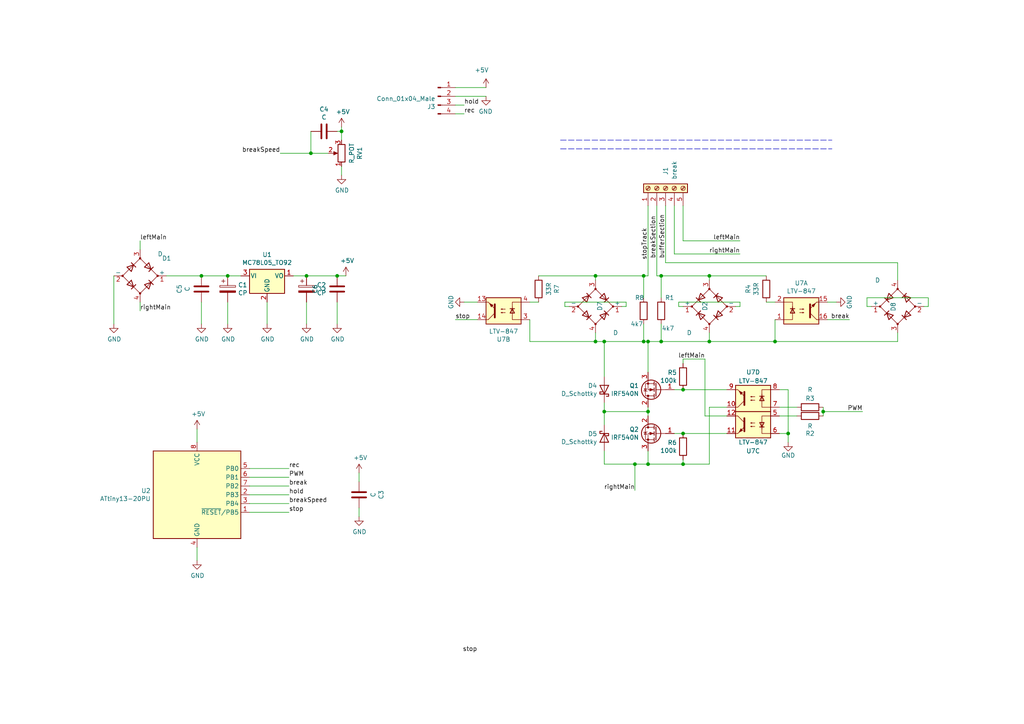
<source format=kicad_sch>
(kicad_sch (version 20211123) (generator eeschema)
  (paper "A4")
  (lib_symbols
    (symbol "Connector:Conn_01x04_Male" (pin_names (offset 1.016) hide)
      (property "Reference" "J" (at 0 5.08 0))
      (property "Value" "Conn_01x04_Male" (at 0 -7.62 0))
      (symbol "Conn_01x04_Male_1_1"
        (polyline (pts (xy 1.27 -5.08) (xy 0.8636 -5.08)) (stroke (width 0.1524)))
        (polyline (pts (xy 1.27 -2.54) (xy 0.8636 -2.54)) (stroke (width 0.1524)))
        (polyline (pts (xy 1.27 0) (xy 0.8636 0)) (stroke (width 0.1524)))
        (polyline (pts (xy 1.27 2.54) (xy 0.8636 2.54)) (stroke (width 0.1524)))
        (rectangle (start 0.8636 -4.953) (end 0 -5.207) (stroke (width 0.1524)) (fill (type outline)))
        (rectangle (start 0.8636 -2.413) (end 0 -2.667) (stroke (width 0.1524)) (fill (type outline)))
        (rectangle (start 0.8636 0.127) (end 0 -0.127) (stroke (width 0.1524)) (fill (type outline)))
        (rectangle (start 0.8636 2.667) (end 0 2.413) (stroke (width 0.1524)) (fill (type outline)))
        (pin passive line (at 5.08 2.54 180) (length 3.81) (name "Pin_1") (number "1"))
        (pin passive line (at 5.08 0 180) (length 3.81) (name "Pin_2") (number "2"))
        (pin passive line (at 5.08 -2.54 180) (length 3.81) (name "Pin_3") (number "3"))
        (pin passive line (at 5.08 -5.08 180) (length 3.81) (name "Pin_4") (number "4"))
      )
    )
    (symbol "Connector:Screw_Terminal_01x05" (pin_names (offset 1.016) hide)
      (property "Reference" "J" (at 0 7.62 0))
      (property "Value" "Screw_Terminal_01x05" (at 0 -7.62 0))
      (symbol "Screw_Terminal_01x05_1_1"
        (rectangle (start -1.27 6.35) (end 1.27 -6.35) (stroke (width 0.254)) (fill (type background)))
        (circle (center 0 -5.08) (radius 0.635) (stroke (width 0.1524)))
        (circle (center 0 -2.54) (radius 0.635) (stroke (width 0.1524)))
        (polyline (pts (xy -0.5334 -4.7498) (xy 0.3302 -5.588)) (stroke (width 0.1524)))
        (polyline (pts (xy -0.5334 -2.2098) (xy 0.3302 -3.048)) (stroke (width 0.1524)))
        (polyline (pts (xy -0.5334 0.3302) (xy 0.3302 -0.508)) (stroke (width 0.1524)))
        (polyline (pts (xy -0.5334 2.8702) (xy 0.3302 2.032)) (stroke (width 0.1524)))
        (polyline (pts (xy -0.5334 5.4102) (xy 0.3302 4.572)) (stroke (width 0.1524)))
        (polyline (pts (xy -0.3556 -4.572) (xy 0.508 -5.4102)) (stroke (width 0.1524)))
        (polyline (pts (xy -0.3556 -2.032) (xy 0.508 -2.8702)) (stroke (width 0.1524)))
        (polyline (pts (xy -0.3556 0.508) (xy 0.508 -0.3302)) (stroke (width 0.1524)))
        (polyline (pts (xy -0.3556 3.048) (xy 0.508 2.2098)) (stroke (width 0.1524)))
        (polyline (pts (xy -0.3556 5.588) (xy 0.508 4.7498)) (stroke (width 0.1524)))
        (circle (center 0 0) (radius 0.635) (stroke (width 0.1524)))
        (circle (center 0 2.54) (radius 0.635) (stroke (width 0.1524)))
        (circle (center 0 5.08) (radius 0.635) (stroke (width 0.1524)))
        (pin passive line (at -5.08 5.08 0) (length 3.81) (name "Pin_1") (number "1"))
        (pin passive line (at -5.08 2.54 0) (length 3.81) (name "Pin_2") (number "2"))
        (pin passive line (at -5.08 0 0) (length 3.81) (name "Pin_3") (number "3"))
        (pin passive line (at -5.08 -2.54 0) (length 3.81) (name "Pin_4") (number "4"))
        (pin passive line (at -5.08 -5.08 0) (length 3.81) (name "Pin_5") (number "5"))
      )
    )
    (symbol "Device:C" (pin_numbers hide) (pin_names (offset 0.254))
      (property "Reference" "C" (at 0.635 2.54 0))
      (property "Value" "C" (at 0.635 -2.54 0))
      (symbol "C_0_1"
        (polyline (pts (xy -2.032 -0.762) (xy 2.032 -0.762)) (stroke (width 0.508)))
        (polyline (pts (xy -2.032 0.762) (xy 2.032 0.762)) (stroke (width 0.508)))
      )
      (symbol "C_1_1"
        (pin passive line (at 0 3.81 270) (length 2.794) (name "~") (number "1"))
        (pin passive line (at 0 -3.81 90) (length 2.794) (name "~") (number "2"))
      )
    )
    (symbol "Device:CP" (pin_numbers hide) (pin_names (offset 0.254))
      (property "Reference" "C" (at 0.635 2.54 0))
      (property "Value" "Device_CP" (at 0.635 -2.54 0))
      (symbol "CP_0_1"
        (rectangle (start -2.286 0.508) (end 2.286 1.016))
        (polyline (pts (xy -1.778 2.286) (xy -0.762 2.286)))
        (polyline (pts (xy -1.27 2.794) (xy -1.27 1.778)))
        (rectangle (start 2.286 -0.508) (end -2.286 -1.016) (fill (type outline)))
      )
      (symbol "CP_1_1"
        (pin passive line (at 0 3.81 270) (length 2.794) (name "~") (number "1"))
        (pin passive line (at 0 -3.81 90) (length 2.794) (name "~") (number "2"))
      )
    )
    (symbol "Device:D_Bridge_+-AA" (pin_names (offset 0))
      (property "Reference" "D" (at 2.54 6.985 0))
      (property "Value" "D_Bridge_+-AA" (at 2.54 5.08 0))
      (symbol "D_Bridge_+-AA_0_1"
        (circle (center -5.08 0) (radius 0.254) (fill (type outline)))
        (circle (center 0 -5.08) (radius 0.254) (fill (type outline)))
        (polyline (pts (xy -2.54 3.81) (xy -1.27 2.54)) (stroke (width 0.254)))
        (polyline (pts (xy -1.27 -2.54) (xy -2.54 -3.81)) (stroke (width 0.254)))
        (polyline (pts (xy 2.54 -1.27) (xy 3.81 -2.54)) (stroke (width 0.254)))
        (polyline (pts (xy 2.54 1.27) (xy 3.81 2.54)) (stroke (width 0.254)))
        (polyline (pts (xy -3.81 2.54) (xy -2.54 1.27) (xy -1.905 3.175) (xy -3.81 2.54)) (stroke (width 0.254)))
        (polyline (pts (xy -2.54 -1.27) (xy -3.81 -2.54) (xy -1.905 -3.175) (xy -2.54 -1.27)) (stroke (width 0.254)))
        (polyline (pts (xy 1.27 2.54) (xy 2.54 3.81) (xy 3.175 1.905) (xy 1.27 2.54)) (stroke (width 0.254)))
        (polyline (pts (xy 3.175 -1.905) (xy 1.27 -2.54) (xy 2.54 -3.81) (xy 3.175 -1.905)) (stroke (width 0.254)))
        (polyline (pts (xy -5.08 0) (xy 0 -5.08) (xy 5.08 0) (xy 0 5.08) (xy -5.08 0)))
        (circle (center 0 5.08) (radius 0.254) (fill (type outline)))
        (circle (center 5.08 0) (radius 0.254) (fill (type outline)))
      )
      (symbol "D_Bridge_+-AA_1_1"
        (pin passive line (at 7.62 0 180) (length 2.54) (name "+") (number "1"))
        (pin passive line (at -7.62 0 0) (length 2.54) (name "-") (number "2"))
        (pin passive line (at 0 7.62 270) (length 2.54) (name "~") (number "3"))
        (pin passive line (at 0 -7.62 90) (length 2.54) (name "~") (number "4"))
      )
    )
    (symbol "Device:D_Schottky" (pin_numbers hide) (pin_names (offset 1.016) hide)
      (property "Reference" "D" (at 0 2.54 0))
      (property "Value" "D_Schottky" (at 0 -2.54 0))
      (symbol "D_Schottky_0_1"
        (polyline (pts (xy 1.27 0) (xy -1.27 0)))
        (polyline (pts (xy 1.27 1.27) (xy 1.27 -1.27) (xy -1.27 0) (xy 1.27 1.27)) (stroke (width 0.254)))
        (polyline (pts (xy -1.905 0.635) (xy -1.905 1.27) (xy -1.27 1.27) (xy -1.27 -1.27) (xy -0.635 -1.27) (xy -0.635 -0.635)) (stroke (width 0.254)))
      )
      (symbol "D_Schottky_1_1"
        (pin passive line (at -3.81 0 0) (length 2.54) (name "K") (number "1"))
        (pin passive line (at 3.81 0 180) (length 2.54) (name "A") (number "2"))
      )
    )
    (symbol "Device:R" (pin_numbers hide) (pin_names (offset 0))
      (property "Reference" "R" (at 2.032 0 90))
      (property "Value" "R" (at 0 0 90))
      (symbol "R_0_1"
        (rectangle (start -1.016 -2.54) (end 1.016 2.54) (stroke (width 0.254)))
      )
      (symbol "R_1_1"
        (pin passive line (at 0 3.81 270) (length 1.27) (name "~") (number "1"))
        (pin passive line (at 0 -3.81 90) (length 1.27) (name "~") (number "2"))
      )
    )
    (symbol "Device:R_POT" (pin_names (offset 1.016) hide)
      (property "Reference" "RV" (at -4.445 0 90))
      (property "Value" "Device_R_POT" (at -2.54 0 90))
      (symbol "R_POT_0_1"
        (polyline (pts (xy 2.54 0) (xy 1.524 0)))
        (polyline (pts (xy 1.143 0) (xy 2.286 0.508) (xy 2.286 -0.508) (xy 1.143 0)) (fill (type outline)))
        (rectangle (start 1.016 2.54) (end -1.016 -2.54) (stroke (width 0.254)))
      )
      (symbol "R_POT_1_1"
        (pin passive line (at 0 3.81 270) (length 1.27) (name "1") (number "1"))
        (pin passive line (at 3.81 0 180) (length 1.27) (name "2") (number "2"))
        (pin passive line (at 0 -3.81 90) (length 1.27) (name "3") (number "3"))
      )
    )
    (symbol "Isolator:LTV-847" (pin_names (offset 1.016))
      (property "Reference" "U" (at -5.08 5.08 0))
      (property "Value" "LTV-847" (at 0 5.08 0))
      (symbol "LTV-847_0_1"
        (rectangle (start -5.08 3.81) (end 5.08 -3.81) (stroke (width 0.254)) (fill (type background)))
        (polyline (pts (xy -3.175 -0.635) (xy -1.905 -0.635)) (stroke (width 0.254)))
        (polyline (pts (xy 2.54 0.635) (xy 4.445 2.54)))
        (polyline (pts (xy 4.445 -2.54) (xy 2.54 -0.635)) (fill (type outline)))
        (polyline (pts (xy 4.445 -2.54) (xy 5.08 -2.54)))
        (polyline (pts (xy 4.445 2.54) (xy 5.08 2.54)))
        (polyline (pts (xy -2.54 -0.635) (xy -2.54 -2.54) (xy -5.08 -2.54)))
        (polyline (pts (xy 2.54 1.905) (xy 2.54 -1.905) (xy 2.54 -1.905)) (stroke (width 0.508)))
        (polyline (pts (xy -5.08 2.54) (xy -2.54 2.54) (xy -2.54 -1.27) (xy -2.54 0.635)))
        (polyline (pts (xy -2.54 -0.635) (xy -3.175 0.635) (xy -1.905 0.635) (xy -2.54 -0.635)) (stroke (width 0.254)))
        (polyline (pts (xy -0.508 -0.508) (xy 0.762 -0.508) (xy 0.381 -0.635) (xy 0.381 -0.381) (xy 0.762 -0.508)))
        (polyline (pts (xy -0.508 0.508) (xy 0.762 0.508) (xy 0.381 0.381) (xy 0.381 0.635) (xy 0.762 0.508)))
        (polyline (pts (xy 3.048 -1.651) (xy 3.556 -1.143) (xy 4.064 -2.159) (xy 3.048 -1.651) (xy 3.048 -1.651)) (fill (type outline)))
      )
      (symbol "LTV-847_1_1"
        (pin passive line (at -7.62 2.54 0) (length 2.54) (name "~") (number "1"))
        (pin passive line (at 7.62 -2.54 180) (length 2.54) (name "~") (number "15"))
        (pin passive line (at 7.62 2.54 180) (length 2.54) (name "~") (number "16"))
        (pin passive line (at -7.62 -2.54 0) (length 2.54) (name "~") (number "2"))
      )
      (symbol "LTV-847_2_1"
        (pin passive line (at 7.62 -2.54 180) (length 2.54) (name "~") (number "13"))
        (pin passive line (at 7.62 2.54 180) (length 2.54) (name "~") (number "14"))
        (pin passive line (at -7.62 2.54 0) (length 2.54) (name "~") (number "3"))
        (pin passive line (at -7.62 -2.54 0) (length 2.54) (name "~") (number "4"))
      )
      (symbol "LTV-847_3_1"
        (pin passive line (at 7.62 -2.54 180) (length 2.54) (name "~") (number "11"))
        (pin passive line (at 7.62 2.54 180) (length 2.54) (name "~") (number "12"))
        (pin passive line (at -7.62 2.54 0) (length 2.54) (name "~") (number "5"))
        (pin passive line (at -7.62 -2.54 0) (length 2.54) (name "~") (number "6"))
      )
      (symbol "LTV-847_4_1"
        (pin passive line (at 7.62 2.54 180) (length 2.54) (name "~") (number "10"))
        (pin passive line (at -7.62 2.54 0) (length 2.54) (name "~") (number "7"))
        (pin passive line (at -7.62 -2.54 0) (length 2.54) (name "~") (number "8"))
        (pin passive line (at 7.62 -2.54 180) (length 2.54) (name "~") (number "9"))
      )
    )
    (symbol "MCU_Microchip_ATtiny:ATtiny13-20PU"
      (property "Reference" "U" (at -12.7 13.97 0))
      (property "Value" "MCU_Microchip_ATtiny_ATtiny13-20PU" (at 2.54 -13.97 0))
      (symbol "ATtiny13-20PU_0_1"
        (rectangle (start -12.7 -12.7) (end 12.7 12.7) (stroke (width 0.254)) (fill (type background)))
      )
      (symbol "ATtiny13-20PU_1_1"
        (pin bidirectional line (at 15.24 -5.08 180) (length 2.54) (name "~{RESET}/PB5") (number "1"))
        (pin bidirectional line (at 15.24 0 180) (length 2.54) (name "PB3") (number "2"))
        (pin bidirectional line (at 15.24 -2.54 180) (length 2.54) (name "PB4") (number "3"))
        (pin power_in line (at 0 -15.24 90) (length 2.54) (name "GND") (number "4"))
        (pin bidirectional line (at 15.24 7.62 180) (length 2.54) (name "PB0") (number "5"))
        (pin bidirectional line (at 15.24 5.08 180) (length 2.54) (name "PB1") (number "6"))
        (pin bidirectional line (at 15.24 2.54 180) (length 2.54) (name "PB2") (number "7"))
        (pin power_in line (at 0 15.24 270) (length 2.54) (name "VCC") (number "8"))
      )
    )
    (symbol "Regulator_Linear:MC78L05_TO92" (pin_names (offset 0.254))
      (property "Reference" "U" (at -3.81 3.175 0))
      (property "Value" "MC78L05_TO92" (at 0 3.175 0))
      (symbol "MC78L05_TO92_0_1"
        (rectangle (start -5.08 -5.08) (end 5.08 1.905) (stroke (width 0.254)) (fill (type background)))
      )
      (symbol "MC78L05_TO92_1_1"
        (pin power_out line (at 7.62 0 180) (length 2.54) (name "VO") (number "1"))
        (pin power_in line (at 0 -7.62 90) (length 2.54) (name "GND") (number "2"))
        (pin power_in line (at -7.62 0 0) (length 2.54) (name "VI") (number "3"))
      )
    )
    (symbol "Transistor_FET:IRF540N" (pin_names hide)
      (property "Reference" "Q" (at 6.35 1.905 0))
      (property "Value" "IRF540N" (at 6.35 0 0))
      (symbol "IRF540N_0_1"
        (polyline (pts (xy 0.254 0) (xy -2.54 0)))
        (polyline (pts (xy 0.254 1.905) (xy 0.254 -1.905)) (stroke (width 0.254)))
        (polyline (pts (xy 0.762 -1.27) (xy 0.762 -2.286)) (stroke (width 0.254)))
        (polyline (pts (xy 0.762 0.508) (xy 0.762 -0.508)) (stroke (width 0.254)))
        (polyline (pts (xy 0.762 2.286) (xy 0.762 1.27)) (stroke (width 0.254)))
        (polyline (pts (xy 2.54 2.54) (xy 2.54 1.778)))
        (polyline (pts (xy 2.54 -2.54) (xy 2.54 0) (xy 0.762 0)))
        (polyline (pts (xy 0.762 -1.778) (xy 3.302 -1.778) (xy 3.302 1.778) (xy 0.762 1.778)))
        (polyline (pts (xy 1.016 0) (xy 2.032 0.381) (xy 2.032 -0.381) (xy 1.016 0)) (fill (type outline)))
        (polyline (pts (xy 2.794 0.508) (xy 2.921 0.381) (xy 3.683 0.381) (xy 3.81 0.254)))
        (polyline (pts (xy 3.302 0.381) (xy 2.921 -0.254) (xy 3.683 -0.254) (xy 3.302 0.381)))
        (circle (center 1.651 0) (radius 2.794) (stroke (width 0.254)))
        (circle (center 2.54 -1.778) (radius 0.254) (fill (type outline)))
        (circle (center 2.54 1.778) (radius 0.254) (fill (type outline)))
      )
      (symbol "IRF540N_1_1"
        (pin input line (at -5.08 0 0) (length 2.54) (name "G") (number "1"))
        (pin passive line (at 2.54 5.08 270) (length 2.54) (name "D") (number "2"))
        (pin passive line (at 2.54 -5.08 90) (length 2.54) (name "S") (number "3"))
      )
    )
    (symbol "power:+5V" (power) (pin_names (offset 0))
      (property "Value" "+5V" (at 0 3.556 0))
      (symbol "+5V_0_1"
        (polyline (pts (xy -0.762 1.27) (xy 0 2.54)))
        (polyline (pts (xy 0 0) (xy 0 2.54)))
        (polyline (pts (xy 0 2.54) (xy 0.762 1.27)))
      )
      (symbol "+5V_1_1"
        (pin power_in line (at 0 0 90) (length 0) hide (name "+5V") (number "1"))
      )
    )
    (symbol "power:GND" (power) (pin_names (offset 0))
      (property "Value" "GND" (at 0 -3.81 0))
      (symbol "GND_0_1"
        (polyline (pts (xy 0 0) (xy 0 -1.27) (xy 1.27 -1.27) (xy 0 -2.54) (xy -1.27 -1.27) (xy 0 -1.27)))
      )
      (symbol "GND_1_1"
        (pin power_in line (at 0 0 270) (length 0) hide (name "GND") (number "1"))
      )
    )
  )
  (junction (at 205.74 80.01))
  (junction (at 175.26 119.38))
  (junction (at 228.6 125.73))
  (junction (at 205.74 99.06))
  (junction (at 191.77 99.06))
  (junction (at 88.9 80.01))
  (junction (at 187.96 99.06))
  (junction (at 191.77 80.01))
  (junction (at 172.72 80.01))
  (junction (at 186.69 80.01))
  (junction (at 198.12 113.03))
  (junction (at 66.04 80.01))
  (junction (at 58.42 80.01))
  (junction (at 175.26 99.06))
  (junction (at 224.79 99.06))
  (junction (at 186.69 99.06))
  (junction (at 184.15 134.62))
  (junction (at 198.12 125.73))
  (junction (at 198.12 134.62))
  (junction (at 187.96 119.38))
  (junction (at 97.79 80.01))
  (junction (at 99.06 38.1))
  (junction (at 238.76 119.38))
  (junction (at 172.72 99.06))
  (junction (at 90.17 44.45))
  (junction (at 187.96 134.62))
  (wire (pts (xy 99.06 38.1) (xy 99.06 36.83)))
  (wire (pts (xy 163.83 87.63) (xy 181.61 87.63)))
  (wire (pts (xy 175.26 99.06) (xy 175.26 109.22)))
  (wire (pts (xy 134.62 87.63) (xy 138.43 87.63)))
  (wire (pts (xy 175.26 130.81) (xy 175.26 134.62)))
  (wire (pts (xy 58.42 80.01) (xy 66.04 80.01)))
  (wire (pts (xy 132.08 25.4) (xy 140.97 25.4)))
  (wire (pts (xy 195.58 59.69) (xy 195.58 73.66)))
  (wire (pts (xy 72.39 140.97) (xy 83.82 140.97)))
  (wire (pts (xy 58.42 87.63) (xy 58.42 93.98)))
  (wire (pts (xy 228.6 113.03) (xy 228.6 125.73)))
  (wire (pts (xy 172.72 96.52) (xy 172.72 99.06)))
  (wire (pts (xy 72.39 143.51) (xy 83.82 143.51)))
  (wire (pts (xy 40.64 90.17) (xy 40.64 87.63)))
  (wire (pts (xy 181.61 87.63) (xy 181.61 88.9)))
  (wire (pts (xy 205.74 99.06) (xy 224.79 99.06)))
  (wire (pts (xy 165.1 88.9) (xy 163.83 88.9)))
  (wire (pts (xy 134.62 33.02) (xy 132.08 33.02)))
  (wire (pts (xy 48.26 80.01) (xy 58.42 80.01)))
  (wire (pts (xy 198.12 104.14) (xy 204.47 104.14)))
  (wire (pts (xy 210.82 125.73) (xy 198.12 125.73)))
  (wire (pts (xy 97.79 87.63) (xy 97.79 93.98)))
  (wire (pts (xy 260.35 99.06) (xy 224.79 99.06)))
  (wire (pts (xy 172.72 80.01) (xy 186.69 80.01)))
  (wire (pts (xy 196.85 88.9) (xy 198.12 88.9)))
  (wire (pts (xy 195.58 125.73) (xy 198.12 125.73)))
  (wire (pts (xy 172.72 80.01) (xy 172.72 81.28)))
  (wire (pts (xy 252.73 88.9) (xy 251.46 88.9)))
  (wire (pts (xy 175.26 99.06) (xy 172.72 99.06)))
  (wire (pts (xy 269.24 86.36) (xy 251.46 86.36)))
  (wire (pts (xy 198.12 69.85) (xy 214.63 69.85)))
  (wire (pts (xy 187.96 119.38) (xy 187.96 120.65)))
  (wire (pts (xy 238.76 119.38) (xy 238.76 120.65)))
  (wire (pts (xy 99.06 38.1) (xy 99.06 40.64)))
  (wire (pts (xy 190.5 80.01) (xy 191.77 80.01)))
  (wire (pts (xy 181.61 88.9) (xy 180.34 88.9)))
  (wire (pts (xy 222.25 87.63) (xy 224.79 87.63)))
  (wire (pts (xy 191.77 80.01) (xy 191.77 86.36)))
  (wire (pts (xy 33.02 80.01) (xy 33.02 93.98)))
  (wire (pts (xy 231.14 118.11) (xy 226.06 118.11)))
  (wire (pts (xy 260.35 81.28) (xy 260.35 76.2)))
  (wire (pts (xy 238.76 118.11) (xy 238.76 119.38)))
  (wire (pts (xy 88.9 87.63) (xy 88.9 93.98)))
  (wire (pts (xy 186.69 80.01) (xy 186.69 86.36)))
  (wire (pts (xy 240.03 92.71) (xy 246.38 92.71)))
  (wire (pts (xy 156.21 87.63) (xy 153.67 87.63)))
  (wire (pts (xy 66.04 80.01) (xy 69.85 80.01)))
  (wire (pts (xy 187.96 80.01) (xy 186.69 80.01)))
  (wire (pts (xy 205.74 80.01) (xy 205.74 81.28)))
  (wire (pts (xy 198.12 59.69) (xy 198.12 69.85)))
  (wire (pts (xy 196.85 87.63) (xy 196.85 88.9)))
  (wire (pts (xy 191.77 93.98) (xy 191.77 99.06)))
  (wire (pts (xy 224.79 92.71) (xy 224.79 99.06)))
  (wire (pts (xy 175.26 119.38) (xy 175.26 123.19)))
  (wire (pts (xy 214.63 87.63) (xy 196.85 87.63)))
  (wire (pts (xy 191.77 99.06) (xy 205.74 99.06)))
  (wire (pts (xy 226.06 125.73) (xy 228.6 125.73)))
  (polyline (pts (xy 162.56 43.18) (xy 241.3 43.18)))
  (wire (pts (xy 134.62 30.48) (xy 132.08 30.48)))
  (wire (pts (xy 172.72 80.01) (xy 156.21 80.01)))
  (wire (pts (xy 251.46 86.36) (xy 251.46 88.9)))
  (wire (pts (xy 40.64 72.39) (xy 40.64 69.85)))
  (wire (pts (xy 226.06 120.65) (xy 231.14 120.65)))
  (wire (pts (xy 250.19 119.38) (xy 238.76 119.38)))
  (wire (pts (xy 72.39 148.59) (xy 83.82 148.59)))
  (wire (pts (xy 187.96 118.11) (xy 187.96 119.38)))
  (wire (pts (xy 57.15 158.75) (xy 57.15 162.56)))
  (wire (pts (xy 187.96 80.01) (xy 187.96 59.69)))
  (wire (pts (xy 57.15 128.27) (xy 57.15 124.46)))
  (wire (pts (xy 90.17 44.45) (xy 90.17 38.1)))
  (wire (pts (xy 85.09 80.01) (xy 88.9 80.01)))
  (wire (pts (xy 77.47 93.98) (xy 77.47 87.63)))
  (wire (pts (xy 72.39 138.43) (xy 83.82 138.43)))
  (wire (pts (xy 175.26 116.84) (xy 175.26 119.38)))
  (wire (pts (xy 204.47 104.14) (xy 204.47 120.65)))
  (wire (pts (xy 187.96 134.62) (xy 184.15 134.62)))
  (wire (pts (xy 72.39 146.05) (xy 83.82 146.05)))
  (wire (pts (xy 198.12 134.62) (xy 205.74 134.62)))
  (wire (pts (xy 205.74 80.01) (xy 222.25 80.01)))
  (wire (pts (xy 205.74 96.52) (xy 205.74 99.06)))
  (wire (pts (xy 153.67 92.71) (xy 153.67 99.06)))
  (wire (pts (xy 228.6 128.27) (xy 228.6 125.73)))
  (wire (pts (xy 88.9 80.01) (xy 97.79 80.01)))
  (wire (pts (xy 195.58 73.66) (xy 214.63 73.66)))
  (wire (pts (xy 267.97 88.9) (xy 269.24 88.9)))
  (wire (pts (xy 186.69 99.06) (xy 175.26 99.06)))
  (wire (pts (xy 214.63 88.9) (xy 214.63 87.63)))
  (wire (pts (xy 187.96 130.81) (xy 187.96 134.62)))
  (wire (pts (xy 228.6 113.03) (xy 226.06 113.03)))
  (wire (pts (xy 186.69 93.98) (xy 186.69 99.06)))
  (wire (pts (xy 90.17 44.45) (xy 81.28 44.45)))
  (wire (pts (xy 213.36 88.9) (xy 214.63 88.9)))
  (wire (pts (xy 104.14 149.86) (xy 104.14 147.32)))
  (wire (pts (xy 260.35 76.2) (xy 193.04 76.2)))
  (wire (pts (xy 72.39 135.89) (xy 83.82 135.89)))
  (wire (pts (xy 187.96 99.06) (xy 187.96 107.95)))
  (wire (pts (xy 132.08 27.94) (xy 140.97 27.94)))
  (wire (pts (xy 184.15 134.62) (xy 175.26 134.62)))
  (wire (pts (xy 95.25 44.45) (xy 90.17 44.45)))
  (wire (pts (xy 184.15 142.24) (xy 184.15 134.62)))
  (wire (pts (xy 242.57 87.63) (xy 240.03 87.63)))
  (wire (pts (xy 205.74 118.11) (xy 205.74 134.62)))
  (wire (pts (xy 163.83 88.9) (xy 163.83 87.63)))
  (wire (pts (xy 187.96 134.62) (xy 198.12 134.62)))
  (wire (pts (xy 195.58 113.03) (xy 198.12 113.03)))
  (wire (pts (xy 205.74 80.01) (xy 191.77 80.01)))
  (wire (pts (xy 210.82 120.65) (xy 204.47 120.65)))
  (wire (pts (xy 100.33 80.01) (xy 97.79 80.01)))
  (wire (pts (xy 97.79 38.1) (xy 99.06 38.1)))
  (wire (pts (xy 210.82 118.11) (xy 205.74 118.11)))
  (wire (pts (xy 153.67 99.06) (xy 172.72 99.06)))
  (wire (pts (xy 187.96 119.38) (xy 175.26 119.38)))
  (wire (pts (xy 138.43 92.71) (xy 132.08 92.71)))
  (wire (pts (xy 193.04 76.2) (xy 193.04 59.69)))
  (wire (pts (xy 260.35 99.06) (xy 260.35 96.52)))
  (wire (pts (xy 187.96 99.06) (xy 186.69 99.06)))
  (wire (pts (xy 191.77 99.06) (xy 187.96 99.06)))
  (wire (pts (xy 198.12 133.35) (xy 198.12 134.62)))
  (wire (pts (xy 190.5 80.01) (xy 190.5 59.69)))
  (wire (pts (xy 99.06 48.26) (xy 99.06 50.8)))
  (wire (pts (xy 66.04 87.63) (xy 66.04 93.98)))
  (polyline (pts (xy 162.56 40.64) (xy 241.3 40.64)))
  (wire (pts (xy 269.24 88.9) (xy 269.24 86.36)))
  (wire (pts (xy 104.14 139.7) (xy 104.14 137.16)))
  (wire (pts (xy 210.82 113.03) (xy 198.12 113.03)))
  (wire (pts (xy 198.12 104.14) (xy 198.12 105.41)))
  (label "break" (at 246.38 92.71 180))
  (label "PWM" (at 250.19 119.38 180))
  (label "PWM" (at 83.82 138.43 0))
  (label "rightMain" (at 40.64 90.17 0))
  (label "leftMain" (at 204.47 104.14 180))
  (label "rightMain" (at 184.15 142.24 180))
  (label "leftMain" (at 40.64 69.85 0))
  (label "breakSpeed" (at 81.28 44.45 180))
  (label "leftMain" (at 214.63 69.85 180))
  (label "stop" (at 83.82 148.59 0))
  (label "breakSection" (at 190.5 74.93 90))
  (label "stopTrack" (at 187.96 66.04 270))
  (label "stop" (at 132.08 92.71 0))
  (label "rec" (at 134.62 33.02 0))
  (label "rightMain" (at 214.63 73.66 180))
  (label "hold" (at 83.82 143.51 0))
  (label "bufferSection" (at 193.04 74.93 90))
  (label "hold" (at 134.62 30.48 0))
  (label "rec" (at 83.82 135.89 0))
  (label "break" (at 83.82 140.97 0))
  (label "stop" (at 138.43 189.23 180))
  (label "breakSpeed" (at 83.82 146.05 0))
  (symbol (lib_id "Device:D_Bridge_+-AA") (at 40.64 80.01 0) (unit 1)
    (property "Reference" "D1" (at 46.99 74.93 0) (effects (justify left)))
    (property "Value" "D" (at 45.72 73.66 0) (effects (justify left)))
    (property "Footprint" "Diode_THT:Diode_Bridge_DIP-4_W7.62mm_P5.08mm" (effects hide))
  )
  (symbol (lib_id "Device:R") (at 234.95 120.65 90) (mirror x) (unit 1)
    (property "Reference" "R2" (at 234.95 125.73 90))
    (property "Value" "R" (at 234.95 123.5964 90))
    (property "Footprint" "Resistor_THT:R_Axial_DIN0207_L6.3mm_D2.5mm_P7.62mm_Horizontal" (effects hide))
  )
  (symbol (lib_id "Device:R") (at 234.95 118.11 270) (mirror x) (unit 1)
    (property "Reference" "R3" (at 234.95 115.57 90))
    (property "Value" "R" (at 234.95 113.03 90))
    (property "Footprint" "Resistor_THT:R_Axial_DIN0207_L6.3mm_D2.5mm_P7.62mm_Horizontal" (effects hide))
  )
  (symbol (lib_id "Device:D_Bridge_+-AA") (at 205.74 88.9 0) (mirror y) (unit 1)
    (property "Reference" "D2" (at 204.47 90.17 90) (effects (justify left)))
    (property "Value" "D" (at 200.66 96.52 0) (effects (justify left)))
    (property "Footprint" "Diode_THT:Diode_Bridge_DIP-4_W7.62mm_P5.08mm" (effects hide))
  )
  (symbol (lib_id "Device:R") (at 222.25 83.82 180) (unit 1)
    (property "Reference" "R4" (at 216.9922 83.82 90))
    (property "Value" "33R" (at 219.3036 83.82 90))
    (property "Footprint" "Resistor_THT:R_Axial_DIN0207_L6.3mm_D2.5mm_P7.62mm_Horizontal" (effects hide))
  )
  (symbol (lib_id "Device:R_POT") (at 99.06 44.45 180) (unit 1)
    (property "Reference" "RV1" (at 104.3178 44.45 90))
    (property "Value" "R_POT" (at 102.0064 44.45 90))
    (property "Footprint" "Potentiometer_THT:Potentiometer_Runtron_RM-065_Vertical" (effects hide))
  )
  (symbol (lib_id "power:+5V") (at 99.06 36.83 0) (unit 1)
    (property "Reference" "#PWR0102" (effects hide))
    (property "Value" "+5V" (at 99.441 32.4358 0))
  )
  (symbol (lib_id "power:GND") (at 99.06 50.8 0) (unit 1)
    (property "Reference" "#PWR0103" (effects hide))
    (property "Value" "GND" (at 99.187 55.1942 0))
  )
  (symbol (lib_id "power:+5V") (at 57.15 124.46 0) (unit 1)
    (property "Reference" "#PWR0104" (effects hide))
    (property "Value" "+5V" (at 57.531 120.0658 0))
  )
  (symbol (lib_id "Device:R") (at 198.12 129.54 0) (mirror y) (unit 1)
    (property "Reference" "R6" (at 196.342 128.3716 0) (effects (justify left)))
    (property "Value" "100k" (at 196.342 130.683 0) (effects (justify left)))
    (property "Footprint" "Resistor_THT:R_Axial_DIN0207_L6.3mm_D2.5mm_P7.62mm_Horizontal" (effects hide))
  )
  (symbol (lib_id "Device:R") (at 198.12 109.22 0) (mirror y) (unit 1)
    (property "Reference" "R5" (at 196.342 108.0516 0) (effects (justify left)))
    (property "Value" "100k" (at 196.342 110.363 0) (effects (justify left)))
    (property "Footprint" "Resistor_THT:R_Axial_DIN0207_L6.3mm_D2.5mm_P7.62mm_Horizontal" (effects hide))
  )
  (symbol (lib_id "Device:D_Schottky") (at 175.26 113.03 270) (mirror x) (unit 1)
    (property "Reference" "D4" (at 173.228 111.8616 90) (effects (justify right)))
    (property "Value" "D_Schottky" (at 173.228 114.173 90) (effects (justify right)))
    (property "Footprint" "Diode_THT:D_A-405_P7.62mm_Horizontal" (effects hide))
  )
  (symbol (lib_id "Device:D_Schottky") (at 175.26 127 90) (mirror x) (unit 1)
    (property "Reference" "D5" (at 173.228 125.8316 90) (effects (justify left)))
    (property "Value" "D_Schottky" (at 173.228 128.143 90) (effects (justify left)))
    (property "Footprint" "Diode_THT:D_A-405_P7.62mm_Horizontal" (effects hide))
  )
  (symbol (lib_id "Regulator_Linear:MC78L05_TO92") (at 77.47 80.01 0) (unit 1)
    (property "Reference" "U1" (at 77.47 73.8632 0))
    (property "Value" "MC78L05_TO92" (at 77.47 76.1746 0))
    (property "Footprint" "Package_TO_SOT_THT:TO-92_Inline" (effects hide))
    (property "Datasheet" "http://www.fairchildsemi.com/ds/LM/LM78L05A.pdf" (effects hide))
  )
  (symbol (lib_id "power:GND") (at 140.97 27.94 0) (mirror y) (unit 1)
    (property "Reference" "#PWR0101" (effects hide))
    (property "Value" "GND" (at 140.843 32.3342 0))
  )
  (symbol (lib_id "power:+5V") (at 140.97 25.4 0) (mirror y) (unit 1)
    (property "Reference" "#PWR0105" (effects hide))
    (property "Value" "+5V" (at 139.7 20.32 0))
  )
  (symbol (lib_id "MCU_Microchip_ATtiny:ATtiny13-20PU") (at 57.15 143.51 0) (unit 1)
    (property "Reference" "U2" (at 43.7134 142.3416 0) (effects (justify right)))
    (property "Value" "ATtiny13-20PU" (at 43.7134 144.653 0) (effects (justify right)))
    (property "Footprint" "Package_DIP:DIP-8_W7.62mm" (effects hide))
    (property "Datasheet" "http://ww1.microchip.com/downloads/en/DeviceDoc/doc2535.pdf" (effects hide))
  )
  (symbol (lib_id "Transistor_FET:IRF540N") (at 190.5 113.03 180) (unit 1)
    (property "Reference" "Q1" (at 185.3184 111.8616 0) (effects (justify left)))
    (property "Value" "IRF540N" (at 185.3184 114.173 0) (effects (justify left)))
    (property "Footprint" "Package_TO_SOT_THT:TO-220-3_Vertical" (effects hide))
    (property "Datasheet" "http://www.irf.com/product-info/datasheets/data/irf540n.pdf" (effects hide))
  )
  (symbol (lib_id "Transistor_FET:IRF540N") (at 190.5 125.73 0) (mirror y) (unit 1)
    (property "Reference" "Q2" (at 185.3184 124.5616 0) (effects (justify left)))
    (property "Value" "IRF540N" (at 185.3184 126.873 0) (effects (justify left)))
    (property "Footprint" "Package_TO_SOT_THT:TO-220-3_Vertical" (effects hide))
    (property "Datasheet" "http://www.irf.com/product-info/datasheets/data/irf540n.pdf" (effects hide))
  )
  (symbol (lib_id "Connector:Conn_01x04_Male") (at 127 27.94 0) (unit 1)
    (property "Reference" "J3" (at 126.2888 30.9372 0) (effects (justify right)))
    (property "Value" "Conn_01x04_Male" (at 126.2888 28.6258 0) (effects (justify right)))
    (property "Footprint" "Connector_PinHeader_2.54mm:PinHeader_1x04_P2.54mm_Vertical" (effects hide))
  )
  (symbol (lib_id "Device:CP") (at 66.04 83.82 0) (unit 1)
    (property "Reference" "C1" (at 69.0372 82.6516 0) (effects (justify left)))
    (property "Value" "CP" (at 69.0372 84.963 0) (effects (justify left)))
    (property "Footprint" "Capacitor_THT:CP_Radial_D4.0mm_P2.00mm" (effects hide))
  )
  (symbol (lib_id "power:GND") (at 242.57 87.63 90) (unit 1)
    (property "Reference" "#PWR0106" (effects hide))
    (property "Value" "GND" (at 246.38 87.63 0))
  )
  (symbol (lib_id "Device:D_Bridge_+-AA") (at 172.72 88.9 0) (unit 1)
    (property "Reference" "D7" (at 173.99 90.17 90) (effects (justify left)))
    (property "Value" "D" (at 177.8 96.52 0) (effects (justify left)))
    (property "Footprint" "Diode_THT:Diode_Bridge_DIP-4_W7.62mm_P5.08mm" (effects hide))
  )
  (symbol (lib_id "Device:R") (at 156.21 83.82 0) (mirror x) (unit 1)
    (property "Reference" "R7" (at 161.4678 83.82 90))
    (property "Value" "33R" (at 159.1564 83.82 90))
    (property "Footprint" "Resistor_THT:R_Axial_DIN0207_L6.3mm_D2.5mm_P7.62mm_Horizontal" (effects hide))
  )
  (symbol (lib_id "Device:R") (at 186.69 90.17 0) (unit 1)
    (property "Reference" "R8" (at 184.15 86.36 0) (effects (justify left)))
    (property "Value" "4k7" (at 182.88 93.98 0) (effects (justify left)))
    (property "Footprint" "Resistor_THT:R_Axial_DIN0207_L6.3mm_D2.5mm_P7.62mm_Horizontal" (effects hide))
  )
  (symbol (lib_id "Device:R") (at 191.77 90.17 0) (mirror y) (unit 1)
    (property "Reference" "R1" (at 195.58 86.36 0) (effects (justify left)))
    (property "Value" "4k7" (at 195.58 95.25 0) (effects (justify left)))
    (property "Footprint" "Resistor_THT:R_Axial_DIN0207_L6.3mm_D2.5mm_P7.62mm_Horizontal" (effects hide))
  )
  (symbol (lib_id "Device:CP") (at 88.9 83.82 0) (unit 1)
    (property "Reference" "C2" (at 91.8972 82.6516 0) (effects (justify left)))
    (property "Value" "CP" (at 91.8972 84.963 0) (effects (justify left)))
    (property "Footprint" "Capacitor_THT:CP_Radial_D4.0mm_P2.00mm" (effects hide))
  )
  (symbol (lib_id "Device:C") (at 97.79 83.82 180) (unit 1)
    (property "Reference" "C6" (at 91.3892 83.82 90))
    (property "Value" "C" (at 93.7006 83.82 90))
    (property "Footprint" "Capacitor_THT:C_Disc_D3.0mm_W1.6mm_P2.50mm" (effects hide))
  )
  (symbol (lib_id "power:GND") (at 97.79 93.98 0) (unit 1)
    (property "Reference" "#PWR0118" (effects hide))
    (property "Value" "GND" (at 97.917 98.3742 0))
  )
  (symbol (lib_id "Device:C") (at 58.42 83.82 180) (unit 1)
    (property "Reference" "C5" (at 52.0192 83.82 90))
    (property "Value" "C" (at 54.3306 83.82 90))
    (property "Footprint" "Capacitor_THT:C_Disc_D3.0mm_W1.6mm_P2.50mm" (effects hide))
  )
  (symbol (lib_id "power:GND") (at 58.42 93.98 0) (unit 1)
    (property "Reference" "#PWR0119" (effects hide))
    (property "Value" "GND" (at 58.547 98.3742 0))
  )
  (symbol (lib_id "power:GND") (at 88.9 93.98 0) (unit 1)
    (property "Reference" "#PWR0109" (effects hide))
    (property "Value" "GND" (at 89.027 98.3742 0))
  )
  (symbol (lib_id "power:GND") (at 77.47 93.98 0) (unit 1)
    (property "Reference" "#PWR0110" (effects hide))
    (property "Value" "GND" (at 77.597 98.3742 0))
  )
  (symbol (lib_id "power:GND") (at 66.04 93.98 0) (unit 1)
    (property "Reference" "#PWR0111" (effects hide))
    (property "Value" "GND" (at 66.167 98.3742 0))
  )
  (symbol (lib_id "power:GND") (at 33.02 93.98 0) (unit 1)
    (property "Reference" "#PWR0112" (effects hide))
    (property "Value" "GND" (at 33.147 98.3742 0))
  )
  (symbol (lib_id "power:GND") (at 57.15 162.56 0) (unit 1)
    (property "Reference" "#PWR0113" (effects hide))
    (property "Value" "GND" (at 57.277 166.9542 0))
  )
  (symbol (lib_id "power:+5V") (at 100.33 80.01 0) (unit 1)
    (property "Reference" "#PWR0114" (effects hide))
    (property "Value" "+5V" (at 100.711 75.6158 0))
  )
  (symbol (lib_id "Device:C") (at 93.98 38.1 90) (unit 1)
    (property "Reference" "C4" (at 93.98 31.6992 90))
    (property "Value" "C" (at 93.98 34.0106 90))
    (property "Footprint" "Capacitor_THT:C_Disc_D3.0mm_W1.6mm_P2.50mm" (effects hide))
  )
  (symbol (lib_id "Isolator:LTV-847") (at 232.41 90.17 0) (mirror x) (unit 1)
    (property "Reference" "U7" (at 232.41 82.1182 0))
    (property "Value" "LTV-847" (at 232.41 84.4296 0))
    (property "Footprint" "Package_DIP:DIP-16_W7.62mm" (effects hide))
    (property "Datasheet" "http://optoelectronics.liteon.com/upload/download/DS-70-96-0016/LTV-8X7%20series.PDF" (effects hide))
  )
  (symbol (lib_id "Isolator:LTV-847") (at 146.05 90.17 180) (unit 2)
    (property "Reference" "U7" (at 146.05 98.425 0))
    (property "Value" "LTV-847" (at 146.05 96.1136 0))
    (property "Footprint" "Package_DIP:DIP-16_W7.62mm" (effects hide))
    (property "Datasheet" "http://optoelectronics.liteon.com/upload/download/DS-70-96-0016/LTV-8X7%20series.PDF" (effects hide))
  )
  (symbol (lib_id "Isolator:LTV-847") (at 218.44 123.19 0) (mirror y) (unit 3)
    (property "Reference" "U7" (at 218.44 130.81 0))
    (property "Value" "LTV-847" (at 218.44 128.27 0))
    (property "Footprint" "Package_DIP:DIP-16_W7.62mm" (effects hide))
    (property "Datasheet" "http://optoelectronics.liteon.com/upload/download/DS-70-96-0016/LTV-8X7%20series.PDF" (effects hide))
  )
  (symbol (lib_id "Isolator:LTV-847") (at 218.44 115.57 180) (unit 4)
    (property "Reference" "U7" (at 218.44 107.95 0))
    (property "Value" "LTV-847" (at 218.44 110.49 0))
    (property "Footprint" "Package_DIP:DIP-16_W7.62mm" (effects hide))
    (property "Datasheet" "http://optoelectronics.liteon.com/upload/download/DS-70-96-0016/LTV-8X7%20series.PDF" (effects hide))
  )
  (symbol (lib_id "Device:C") (at 104.14 143.51 0) (unit 1)
    (property "Reference" "C3" (at 110.5408 143.51 90))
    (property "Value" "C" (at 108.2294 143.51 90))
    (property "Footprint" "Capacitor_THT:C_Disc_D3.0mm_W1.6mm_P2.50mm" (effects hide))
  )
  (symbol (lib_id "power:+5V") (at 104.14 137.16 0) (unit 1)
    (property "Reference" "#PWR0116" (effects hide))
    (property "Value" "+5V" (at 104.521 132.7658 0))
  )
  (symbol (lib_id "power:GND") (at 104.14 149.86 0) (unit 1)
    (property "Reference" "#PWR0120" (effects hide))
    (property "Value" "GND" (at 104.267 154.2542 0))
  )
  (symbol (lib_id "Connector:Screw_Terminal_01x05") (at 193.04 54.61 90) (unit 1)
    (property "Reference" "J1" (at 193.04 50.8 0) (effects (justify left)))
    (property "Value" "break" (at 195.58 52.07 0) (effects (justify left)))
    (property "Footprint" "TerminalBlock_Phoenix:TerminalBlock_Phoenix_MKDS-1,5-5-5.08_1x05_P5.08mm_Horizontal" (effects hide))
  )
  (symbol (lib_id "Device:D_Bridge_+-AA") (at 260.35 88.9 180) (unit 1)
    (property "Reference" "D8" (at 259.08 87.63 90) (effects (justify left)))
    (property "Value" "D" (at 255.27 81.28 0) (effects (justify left)))
    (property "Footprint" "Diode_THT:Diode_Bridge_DIP-4_W7.62mm_P5.08mm" (effects hide))
  )
  (symbol (lib_id "power:GND") (at 228.6 128.27 0) (mirror y) (unit 1)
    (property "Reference" "#PWR0108" (effects hide))
    (property "Value" "GND" (at 228.6 132.08 0))
  )
  (symbol (lib_id "power:GND") (at 134.62 87.63 270) (mirror x) (unit 1)
    (property "Reference" "#PWR0107" (effects hide))
    (property "Value" "GND" (at 130.81 87.63 0))
  )
)
</source>
